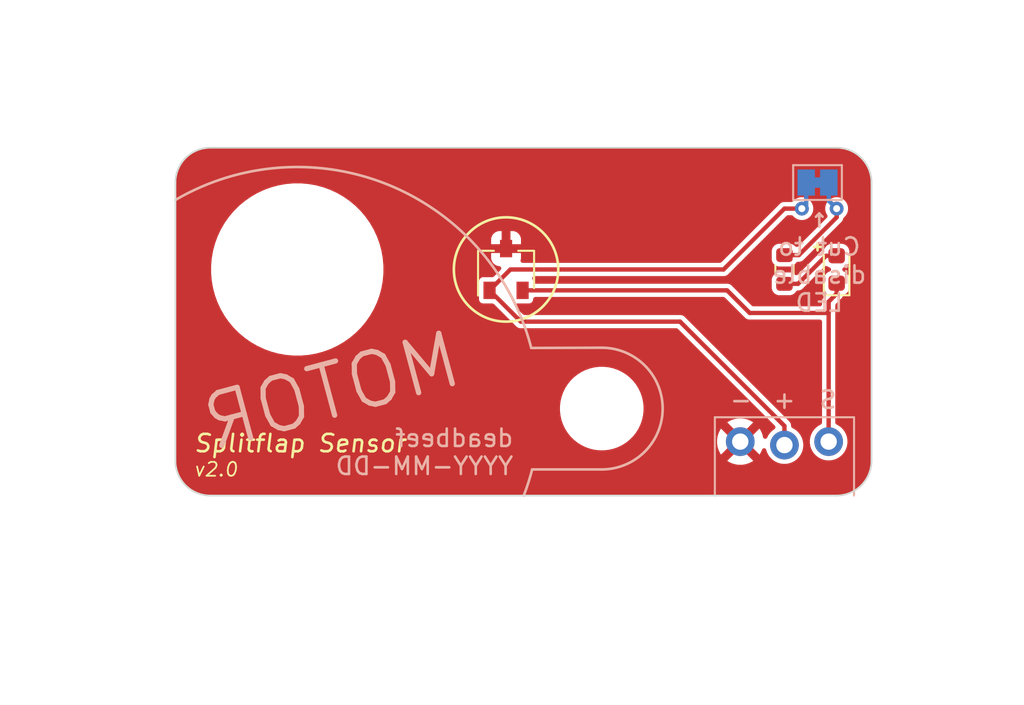
<source format=kicad_pcb>
(kicad_pcb (version 20241229) (generator "pcbnew") (generator_version "9.0")
  (layers (0 "F.Cu" jumper) (2 "B.Cu" signal) (13 "F.Paste" user) (15 "B.Paste" user) (5 "F.SilkS" user "F.Silkscreen") (7 "B.SilkS" user "B.Silkscreen") (1 "F.Mask" user) (3 "B.Mask" user) (25 "Edge.Cuts" user))
  (property "COMMIT_DATE" "YYYY-MM-DD")
  (property "COMMIT_HASH" "deadbeef")
  (net 0 "")
  (net 1 "/SIGNAL")
  (net 2 "Net-(D1-Pad2)")
  (net 3 "VDD")
  (net 4 "GND")
  (net 5 "Net-(R1-Pad2)")
  (footprint "Resistor_SMD:R_0603_1608Metric" (layer "F.Cu") (at 128 100 90)
    (property "Reference" "R1" (hide yes))
    (property "Value" "1k")
    (fp_line (start -0.237258 -0.5225) (end 0.237258 -0.5225) (stroke (width 0.12)) (layer "F.SilkS"))
    (fp_line (start -0.237258 0.5225) (end 0.237258 0.5225) (stroke (width 0.12)) (layer "F.SilkS"))
    (pad "1" smd roundrect (at -0.825 0 90) (size 0.8 0.95) (layers "F.Cu" "F.Mask" "F.Paste") (net 2 "Net-(D1-Pad2)"))
    (pad "2" smd roundrect (at 0.825 0 90) (size 0.8 0.95) (layers "F.Cu" "F.Mask" "F.Paste") (net 5 "Net-(R1-Pad2)"))
  )
  (footprint "MountingHole:MountingHole_4.3mm_M4_ISO7380" (layer "F.Cu") (at 117.5 108)
    (property "Reference" "H1" (hide yes))
    (property "Value" "MountingHole")
    (pad "" np_thru_hole circle (at 0 0) (size 4.3 4.3) (drill 4.3) (layers "*.Cu" "*.Mask"))
  )
  (footprint "Package_TO_SOT_SMD:SOT-23W" (layer "F.Cu") (at 112 100 90)
    (property "Reference" "U1" (hide yes))
    (property "Value" "HX6286")
    (fp_line (start 1.075 -1.61) (end 1.075 -0.7) (stroke (width 0.12)) (layer "F.SilkS"))
    (fp_line (start -1.5 -1.61) (end 1.075 -1.61) (stroke (width 0.12)) (layer "F.SilkS"))
    (fp_line (start 1.075 0.7) (end 1.075 1.61) (stroke (width 0.12)) (layer "F.SilkS"))
    (fp_line (start -1.075 1.61) (end 1.075 1.61) (stroke (width 0.12)) (layer "F.SilkS"))
    (pad "1" smd rect (at -1.2 -0.95 90) (size 1 0.7) (layers "F.Cu" "F.Mask" "F.Paste") (net 3 "VDD"))
    (pad "2" smd rect (at -1.2 0.95 90) (size 1 0.7) (layers "F.Cu" "F.Mask" "F.Paste") (net 1 "/SIGNAL"))
    (pad "3" smd rect (at 1.2 0 90) (size 1 0.7) (layers "F.Cu" "F.Mask" "F.Paste") (net 4 "GND"))
  )
  (footprint "sensor_smd_lib:hole_9.4" (layer "F.Cu") (at 100 100)
    (property "Reference" "H2" (hide yes))
    (property "Value" "MountingHole")
    (pad "" np_thru_hole circle (at 0 0) (size 9.4 9.4) (drill 9.4) (layers "*.Cu" "*.Mask"))
  )
  (footprint "LED_SMD:LED_0603_1608Metric" (layer "F.Cu") (at 131 100 90)
    (property "Reference" "D1" (hide yes))
    (property "Value" "LED RED")
    (fp_line (start 0.8 -0.735) (end -1.485 -0.735) (stroke (width 0.12)) (layer "F.SilkS"))
    (fp_line (start -1.485 -0.735) (end -1.485 0.735) (stroke (width 0.12)) (layer "F.SilkS"))
    (fp_line (start -1.485 0.735) (end 0.8 0.735) (stroke (width 0.12)) (layer "F.SilkS"))
    (pad "1" smd roundrect (at -0.7875 0 90) (size 0.875 0.95) (layers "F.Cu" "F.Mask" "F.Paste") (net 1 "/SIGNAL"))
    (pad "2" smd roundrect (at 0.7875 0 90) (size 0.875 0.95) (layers "F.Cu" "F.Mask" "F.Paste") (net 2 "Net-(D1-Pad2)"))
  )
  (footprint "sensor_smd_lib:header_3" (layer "B.Cu") (at 128 113 180)
    (property "Reference" "J1" (hide yes))
    (property "Value" "HEADER MALE RA")
    (fp_line (start 4 4.5) (end 4 0) (stroke (width 0.12)) (layer "B.SilkS"))
    (fp_line (start -4 4.5) (end 4 4.5) (stroke (width 0.12)) (layer "B.SilkS"))
    (fp_line (start -4 0) (end -4 4.5) (stroke (width 0.12)) (layer "B.SilkS"))
    (pad "1" thru_hole circle (at -2.54 3.1 180) (size 1.65 1.65) (drill 0.94) (layers "*.Cu" "*.Mask") (net 1 "/SIGNAL"))
    (pad "2" thru_hole circle (at 0 2.9 180) (size 1.65 1.65) (drill 0.94) (layers "*.Cu" "*.Mask") (net 3 "VDD"))
    (pad "3" thru_hole circle (at 2.54 3.1 180) (size 1.65 1.65) (drill 0.94) (layers "*.Cu" "*.Mask") (net 4 "GND"))
  )
  (footprint "sensor_smd_lib:SolderJumper-2_P1.3mm_Bridged_Pad1.0x1.5mm" (layer "B.Cu") (at 129.9 95)
    (property "Reference" "JP1" (hide yes))
    (property "Value" "LED enable")
    (fp_poly (pts (xy -0.25 0.3) (xy 0.25 0.3) (xy 0.25 -0.3) (xy -0.25 -0.3)) (fill yes) (layer "B.Cu"))
    (fp_line (start -1.4 -1) (end -1.4 1) (stroke (width 0.12)) (layer "B.SilkS"))
    (fp_line (start -1.4 1) (end 1.4 1) (stroke (width 0.12)) (layer "B.SilkS"))
    (fp_line (start 1.4 -1) (end -1.4 -1) (stroke (width 0.12)) (layer "B.SilkS"))
    (fp_line (start 1.4 1) (end 1.4 -1) (stroke (width 0.12)) (layer "B.SilkS"))
    (pad "1" smd rect (at -0.65 0) (size 1 1.5) (layers "B.Cu" "B.Mask") (net 3 "VDD"))
    (pad "2" smd rect (at 0.65 0) (size 1 1.5) (layers "B.Cu" "B.Mask") (net 5 "Net-(R1-Pad2)"))
  )
  (gr_line (start 129.9 98.5) (end 129.9 98.9) (stroke (width 0.15)) (layer "F.SilkS"))
  (gr_line (start 130.1 98.7) (end 129.7 98.7) (stroke (width 0.15)) (layer "F.SilkS"))
  (gr_circle (center 112 100) (end 115 100) (stroke (width 0.15)) (fill no) (layer "F.SilkS"))
  (gr_line (start 113.447842 104.513523) (end 117.5 104.5) (stroke (width 0.15)) (layer "B.SilkS"))
  (gr_line (start 113.499999 111.5) (end 117.5 111.5) (stroke (width 0.15)) (layer "B.SilkS"))
  (gr_arc (start 113.499999 111.5) (mid 113.279748 112.260078) (end 113.016741 113.006439) (stroke (width 0.15)) (layer "B.SilkS"))
  (gr_arc (start 117.5 104.5) (mid 121 108) (end 117.5 111.5) (stroke (width 0.15)) (layer "B.SilkS"))
  (gr_arc (start 93 96.000001) (mid 105.33982 95.174779) (end 113.447842 104.513523) (stroke (width 0.15)) (layer "B.SilkS"))
  (gr_arc (start 93 95) (mid 93.585786 93.585786) (end 95 93) (stroke (width 0.1)) (layer "Edge.Cuts"))
  (gr_arc (start 133 111) (mid 132.414214 112.414214) (end 131 113) (stroke (width 0.1)) (layer "Edge.Cuts"))
  (gr_line (start 95 93) (end 131 93) (stroke (width 0.1)) (layer "Edge.Cuts"))
  (gr_line (start 133 95) (end 133 111) (stroke (width 0.1)) (layer "Edge.Cuts"))
  (gr_line (start 95 113) (end 131 113) (stroke (width 0.1)) (layer "Edge.Cuts"))
  (gr_line (start 93 95) (end 93 111) (stroke (width 0.1)) (layer "Edge.Cuts"))
  (gr_arc (start 131 93) (mid 132.414214 93.585786) (end 133 95) (stroke (width 0.1)) (layer "Edge.Cuts"))
  (gr_arc (start 95 113) (mid 93.585786 112.414214) (end 93 111) (stroke (width 0.1)) (layer "Edge.Cuts"))
  (gr_text "Splitflap Sensor" (at 94 110 0) (layer "F.SilkS") (effects (font (size 1 1) (thickness 0.15) (italic yes)) (justify left)))
  (gr_text "v2.0" (at 94 111.5 0) (layer "F.SilkS") (effects (font (size 0.8 0.8) (thickness 0.1) (italic yes)) (justify left)))
  (gr_text "S" (at 130.5 107.5 0) (layer "B.SilkS") (effects (font (size 1 1)) (justify mirror)))
  (gr_text "MOTOR" (at 102 107 15) (layer "B.SilkS") (effects (font (size 3 3) (thickness 0.3)) (justify mirror)))
  (gr_text "${COMMIT_HASH}\n${COMMIT_DATE}" (at 112.5 110.5 0) (layer "B.SilkS") (effects (font (size 1 1)) (justify left mirror)))
  (gr_text "-" (at 125.5 107.5 0) (layer "B.SilkS") (effects (font (size 1 1)) (justify mirror)))
  (gr_text "+" (at 128 107.5 0) (layer "B.SilkS") (effects (font (size 1 1)) (justify mirror)))
  (gr_text "↑\nCut to\ndisable\nLED" (at 130 99.5 0) (layer "B.SilkS") (effects (font (size 1 1)) (justify mirror)))
  (segment (start 131 100.7875) (end 131 101.39375) (width 0.25) (layer "F.Cu") (net 1))
  (segment (start 130.54 102.5) (end 126 102.5) (width 0.25) (layer "F.Cu") (net 1))
  (segment (start 130.54 101.85375) (end 130.54 109.9) (width 0.25) (layer "F.Cu") (net 1))
  (segment (start 124.7 101.2) (end 112.95 101.2) (width 0.25) (layer "F.Cu") (net 1))
  (segment (start 131 101.39375) (end 130.54 101.85375) (width 0.25) (layer "F.Cu") (net 1))
  (segment (start 126 102.5) (end 124.7 101.2) (width 0.25) (layer "F.Cu") (net 1))
  (segment (start 128.78125 100.825) (end 130.39375 99.2125) (width 0.25) (layer "F.Cu") (net 2))
  (segment (start 130.39375 99.2125) (end 131 99.2125) (width 0.25) (layer "F.Cu") (net 2))
  (segment (start 128 100.825) (end 128.78125 100.825) (width 0.25) (layer "F.Cu") (net 2))
  (segment (start 129 96.5) (end 128 96.5) (width 0.25) (layer "F.Cu") (net 3))
  (segment (start 122 103) (end 112.85 103) (width 0.25) (layer "F.Cu") (net 3))
  (segment (start 112.25 100) (end 111.05 101.2) (width 0.25) (layer "F.Cu") (net 3))
  (segment (start 128 110.1) (end 128 109) (width 0.25) (layer "F.Cu") (net 3))
  (segment (start 112.85 103) (end 111.05 101.2) (width 0.25) (layer "F.Cu") (net 3))
  (segment (start 124.5 100) (end 112.25 100) (width 0.25) (layer "F.Cu") (net 3))
  (segment (start 128 96.5) (end 124.5 100) (width 0.25) (layer "F.Cu") (net 3))
  (segment (start 128 109) (end 122 103) (width 0.25) (layer "F.Cu") (net 3))
  (via (at 129 96.5) (size 0.8) (drill 0.4) (layers "F.Cu" "B.Cu") (net 3))
  (segment (start 129.25 95) (end 129.25 96.25) (width 0.25) (layer "B.Cu") (net 3))
  (segment (start 129.25 96.25) (end 129 96.5) (width 0.25) (layer "B.Cu") (net 3))
  (segment (start 128 99.175) (end 128.825 99.175) (width 0.25) (layer "F.Cu") (net 5))
  (segment (start 128.825 99.175) (end 131 97) (width 0.25) (layer "F.Cu") (net 5))
  (segment (start 131 97) (end 131 96.5) (width 0.25) (layer "F.Cu") (net 5))
  (via (at 131 96.5) (size 0.8) (drill 0.4) (layers "F.Cu" "B.Cu") (net 5))
  (segment (start 130.55 95) (end 130.55 96.05) (width 0.25) (layer "B.Cu") (net 5))
  (segment (start 130.55 96.05) (end 131 96.5) (width 0.25) (layer "B.Cu") (net 5))
  (zone (net 4) (net_name "GND") (layer "F.Cu") (connect_pads (clearance 0.254)) (min_thickness 0.254) (fill yes (thermal_gap 0.508) (thermal_bridge_width 0.508))
    (polygon (pts (xy 133 113) (xy 93 113) (xy 93 93) (xy 133 93)))
  )
)
</source>
